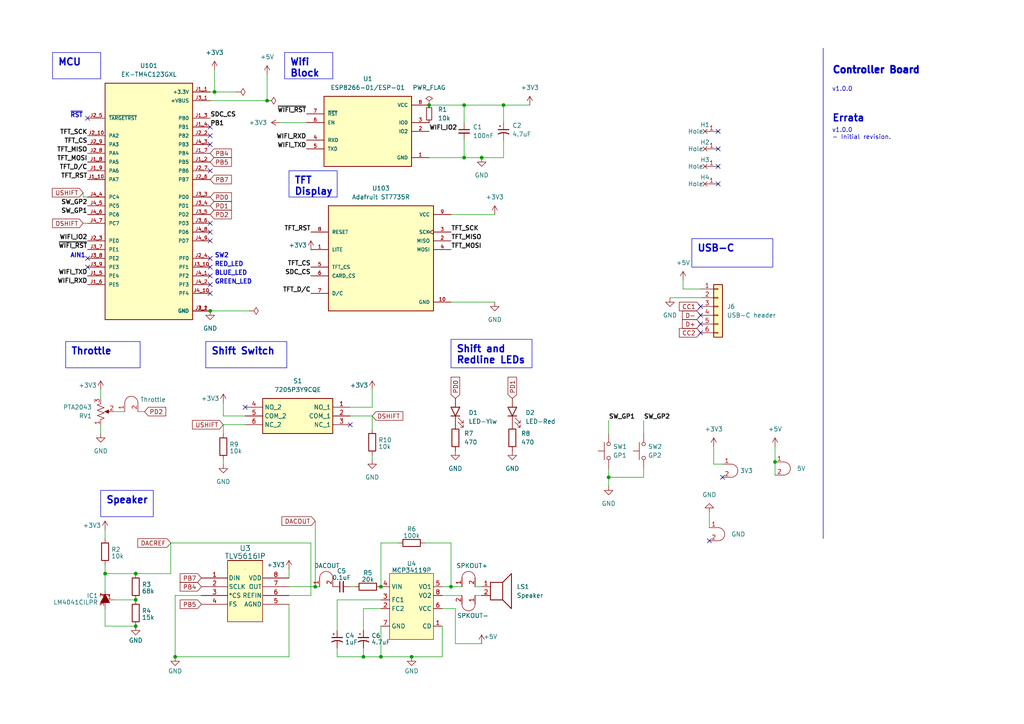
<source format=kicad_sch>
(kicad_sch (version 20231120) (generator "eeschema") (generator_version "8.0")
  (paper "A4")
  (title_block (title "ECE 445L Final Proj -- Controller ") (date "2023-12-11") (rev "v1.0.0") (company "The University of Texas at Austin"))
  (lib_symbols
    (symbol "2024-02-27_02-20-57:TLV5616IP" (pin_names (offset 0.254))
      (property "Reference" "U" (at 0 12.7 0))
      (property "Value" "TLV5616IP" (at 0 10.16 0))
      (symbol "TLV5616IP_1_1"
        (rectangle (start -5.08 7.62) (end 5.08 -10.16))
        (rectangle (start -5.08 7.62) (end 5.08 -10.16) (fill (type background)))
        (polyline (pts (xy -5.08 -10.16) (xy 5.08 -10.16)) (fill (type color) (color 255 255 194 1)))
        (polyline (pts (xy -5.08 7.62) (xy -5.08 -10.16)) (stroke (width 0.127)))
        (polyline (pts (xy 5.08 -10.16) (xy 5.08 7.62)) (stroke (width 0.127)))
        (polyline (pts (xy 5.08 7.62) (xy -5.08 7.62)))
        (rectangle (start 0 5.08) (end 0 5.08))
        (pin input line (at -12.7 2.54 0) (length 7.62) (name "DIN") (number "1"))
        (pin input line (at -12.7 0 0) (length 7.62) (name "SCLK") (number "2"))
        (pin input line (at -12.7 -2.54 0) (length 7.62) (name "*CS") (number "3"))
        (pin input line (at -12.7 -5.08 0) (length 7.62) (name "FS") (number "4"))
        (pin power_in line (at 12.7 -5.08 180) (length 7.62) (name "AGND") (number "5"))
        (pin input line (at 12.7 -2.54 180) (length 7.62) (name "REFIN") (number "6"))
        (pin output line (at 12.7 0 180) (length 7.62) (name "OUT") (number "7"))
        (pin power_in line (at 12.7 2.54 180) (length 7.62) (name "VDD") (number "8"))
      )
    )
    (symbol "Connector_Generic:Conn_01x06" (pin_names (offset 1.016) hide)
      (property "Reference" "J" (at 0 7.62 0))
      (property "Value" "Conn_01x06" (at 0 -10.16 0))
      (symbol "Conn_01x06_1_1"
        (rectangle (start -1.27 -7.493) (end 0 -7.747) (stroke (width 0.1524)))
        (rectangle (start -1.27 -4.953) (end 0 -5.207) (stroke (width 0.1524)))
        (rectangle (start -1.27 -2.413) (end 0 -2.667) (stroke (width 0.1524)))
        (rectangle (start -1.27 0.127) (end 0 -0.127) (stroke (width 0.1524)))
        (rectangle (start -1.27 2.667) (end 0 2.413) (stroke (width 0.1524)))
        (rectangle (start -1.27 5.207) (end 0 4.953) (stroke (width 0.1524)))
        (rectangle (start -1.27 6.35) (end 1.27 -8.89) (stroke (width 0.254)) (fill (type background)))
        (pin passive line (at -5.08 5.08 0) (length 3.81) (name "Pin_1") (number "1"))
        (pin passive line (at -5.08 2.54 0) (length 3.81) (name "Pin_2") (number "2"))
        (pin passive line (at -5.08 0 0) (length 3.81) (name "Pin_3") (number "3"))
        (pin passive line (at -5.08 -2.54 0) (length 3.81) (name "Pin_4") (number "4"))
        (pin passive line (at -5.08 -5.08 0) (length 3.81) (name "Pin_5") (number "5"))
        (pin passive line (at -5.08 -7.62 0) (length 3.81) (name "Pin_6") (number "6"))
      )
    )
    (symbol "Device:C_Polarized_Small_US" (pin_numbers hide) (pin_names (offset 0.254) hide)
      (property "Reference" "C" (at 0.254 1.778 0))
      (property "Value" "C_Polarized_Small_US" (at 0.254 -2.032 0))
      (symbol "C_Polarized_Small_US_0_1"
        (polyline (pts (xy -1.524 0.508) (xy 1.524 0.508)) (stroke (width 0.3048)))
        (polyline (pts (xy -1.27 1.524) (xy -0.762 1.524)))
        (polyline (pts (xy -1.016 1.27) (xy -1.016 1.778)))
        (arc (start 1.524 -0.762) (mid 0 -0.3734) (end -1.524 -0.762) (stroke (width 0.3048)))
      )
      (symbol "C_Polarized_Small_US_1_1"
        (pin passive line (at 0 2.54 270) (length 2.032) (name "~") (number "1"))
        (pin passive line (at 0 -2.54 90) (length 2.032) (name "~") (number "2"))
      )
    )
    (symbol "Device:C_Small" (pin_numbers hide) (pin_names (offset 0.254) hide)
      (property "Reference" "C" (at 0.254 1.778 0))
      (property "Value" "C_Small" (at 0.254 -2.032 0))
      (symbol "C_Small_0_1"
        (polyline (pts (xy -1.524 -0.508) (xy 1.524 -0.508)) (stroke (width 0.3302)))
        (polyline (pts (xy -1.524 0.508) (xy 1.524 0.508)) (stroke (width 0.3048)))
      )
      (symbol "C_Small_1_1"
        (pin passive line (at 0 2.54 270) (length 2.032) (name "~") (number "1"))
        (pin passive line (at 0 -2.54 90) (length 2.032) (name "~") (number "2"))
      )
    )
    (symbol "Device:R" (pin_numbers hide) (pin_names (offset 0))
      (property "Reference" "R" (at 2.032 0 90))
      (property "Value" "R" (at 0 0 90))
      (symbol "R_0_1"
        (rectangle (start -1.016 -2.54) (end 1.016 2.54) (stroke (width 0.254)))
      )
      (symbol "R_1_1"
        (pin passive line (at 0 3.81 270) (length 1.27) (name "~") (number "1"))
        (pin passive line (at 0 -3.81 90) (length 1.27) (name "~") (number "2"))
      )
    )
    (symbol "Device:R_Small" (pin_numbers hide) (pin_names (offset 0.254) hide)
      (property "Reference" "R" (at 0.762 0.508 0))
      (property "Value" "R_Small" (at 0.762 -1.016 0))
      (symbol "R_Small_0_1"
        (rectangle (start -0.762 1.778) (end 0.762 -1.778) (stroke (width 0.2032)))
      )
      (symbol "R_Small_1_1"
        (pin passive line (at 0 2.54 270) (length 0.762) (name "~") (number "1"))
        (pin passive line (at 0 -2.54 90) (length 0.762) (name "~") (number "2"))
      )
    )
    (symbol "Device:Speaker" (pin_names (offset 0) hide)
      (property "Reference" "LS" (at 1.27 5.715 0))
      (property "Value" "Speaker" (at 1.27 3.81 0))
      (symbol "Speaker_0_0"
        (rectangle (start -2.54 1.27) (end 1.016 -3.81) (stroke (width 0.254)))
        (polyline (pts (xy 1.016 1.27) (xy 3.556 3.81) (xy 3.556 -6.35) (xy 1.016 -3.81)) (stroke (width 0.254)))
      )
      (symbol "Speaker_1_1"
        (pin input line (at -5.08 0 0) (length 2.54) (name "1") (number "1"))
        (pin input line (at -5.08 -2.54 0) (length 2.54) (name "2") (number "2"))
      )
    )
    (symbol "ECE445L:LED" (pin_numbers hide) (pin_names (offset 1.016) hide)
      (property "Reference" "D" (at 1.27 1.27 0))
      (property "Value" "LED" (at -5.08 -1.27 0))
      (symbol "LED_0_1"
        (polyline (pts (xy 0 -1.27) (xy -2.54 -1.27)) (stroke (width 0.254)))
        (polyline (pts (xy 0 1.27) (xy -2.54 1.27) (xy -1.27 -1.27) (xy 0 1.27)) (stroke (width 0.254)))
        (polyline (pts (xy -0.508 -3.048) (xy 1.016 -4.572) (xy 1.016 -3.81) (xy 1.016 -4.572) (xy 0.254 -4.572)))
        (polyline (pts (xy -0.508 -1.778) (xy 1.016 -3.302) (xy 1.016 -2.54) (xy 1.016 -3.302) (xy 0.254 -3.302)))
      )
      (symbol "LED_1_1"
        (pin passive line (at -1.27 -3.81 90) (length 2.54) (name "K") (number "1"))
        (pin passive line (at -1.27 3.81 270) (length 2.54) (name "A") (number "2"))
      )
    )
    (symbol "ECE445L:MountingHole"
      (property "Reference" "H" (at 0 0 0))
      (symbol "MountingHole_1_1"
        (pin power_in non_logic (at 0 0 180) (length 3.81) (name "Hole") (number "1"))
      )
    )
    (symbol "ECE445L:PTA2043pot" (pin_names (offset 1.016) hide)
      (property "Reference" "RV" (at -4.445 0 90))
      (property "Value" "PTA2043" (at -2.54 0 90))
      (symbol "PTA2043pot_0_1"
        (polyline (pts (xy 0 -2.286) (xy 0 -2.54)))
        (polyline (pts (xy 0 2.54) (xy 0 2.286)))
        (polyline (pts (xy 2.54 0) (xy 1.524 0)))
        (polyline (pts (xy 1.143 0) (xy 2.286 0.508) (xy 2.286 -0.508) (xy 1.143 0)) (fill (type outline)))
        (polyline (pts (xy 0 -0.762) (xy 1.016 -1.143) (xy 0 -1.524) (xy -1.016 -1.905) (xy 0 -2.286)))
        (polyline (pts (xy 0 0.762) (xy 1.016 0.381) (xy 0 0) (xy -1.016 -0.381) (xy 0 -0.762)))
        (polyline (pts (xy 0 2.286) (xy 1.016 1.905) (xy 0 1.524) (xy -1.016 1.143) (xy 0 0.762)))
      )
      (symbol "PTA2043pot_1_1"
        (pin passive line (at 0 3.81 270) (length 1.27) (name "1") (number "1"))
        (pin passive line (at 3.81 0 180) (length 1.27) (name "2") (number "2"))
        (pin passive line (at 0 -3.81 90) (length 1.27) (name "3") (number "3"))
      )
    )
    (symbol "ECE445L:Testpoint" (pin_names (offset 0) hide)
      (property "Reference" "TP" (at 0 2.794 0))
      (property "Value" "TP" (at 0 -2.286 0))
      (symbol "Testpoint_0_1"
        (arc (start 0 4.445) (mid -1.347 3.887) (end -1.905 2.54))
        (arc (start 1.9051 2.5401) (mid 1.3471 3.8871) (end 0.0001 4.4451))
      )
      (symbol "Testpoint_1_1"
        (pin passive line (at -1.905 0 90) (length 2.54) (name "A") (number "1"))
        (pin passive line (at 1.905 0 90) (length 2.54) (name "B") (number "2"))
      )
    )
    (symbol "Switch:SW_Push" (pin_numbers hide) (pin_names (offset 1.016) hide)
      (property "Reference" "SW" (at 1.27 2.54 0))
      (property "Value" "SW_Push" (at 0 -1.524 0))
      (symbol "SW_Push_0_1"
        (circle (center -2.032 0) (radius 0.508))
        (polyline (pts (xy 0 1.27) (xy 0 3.048)))
        (polyline (pts (xy 2.54 1.27) (xy -2.54 1.27)))
        (circle (center 2.032 0) (radius 0.508))
        (pin passive line (at -5.08 0 0) (length 2.54) (name "1") (number "1"))
        (pin passive line (at 5.08 0 180) (length 2.54) (name "2") (number "2"))
      )
    )
    (symbol "adafruit_st7735r:Adafruit ST7735R" (pin_names (offset 1.016))
      (property "Reference" "U?" (at -15.24 16.002 0))
      (property "Value" "Adafruit ST7735R" (at -15.24 -17.78 0))
      (symbol "Adafruit ST7735R_0_0"
        (rectangle (start -15.24 -15.24) (end 15.24 15.24) (stroke (width 0.254)) (fill (type background)))
        (pin input line (at -20.32 2.54 0) (length 5.08) (name "LITE") (number "1"))
        (pin power_in line (at 20.32 -12.7 180) (length 5.08) (name "GND") (number "10"))
        (pin output line (at 20.32 5.08 180) (length 5.08) (name "MISO") (number "2"))
        (pin input clock (at 20.32 7.62 180) (length 5.08) (name "SCK") (number "3"))
        (pin input line (at 20.32 2.54 180) (length 5.08) (name "MOSI") (number "4"))
        (pin input line (at -20.32 -2.54 0) (length 5.08) (name "TFT_CS") (number "5"))
        (pin input line (at -20.32 -5.08 0) (length 5.08) (name "CARD_CS") (number "6"))
        (pin input line (at -20.32 -10.16 0) (length 5.08) (name "D/C") (number "7"))
        (pin input line (at -20.32 7.62 0) (length 5.08) (name "RESET") (number "8"))
        (pin power_in line (at 20.32 12.7 180) (length 5.08) (name "VCC") (number "9"))
      )
    )
    (symbol "ai_thinker_ESP8266_01:ESP8266-01/ESP-01" (pin_names (offset 1.016))
      (property "Reference" "U" (at -12.7094 10.6778 0))
      (property "Value" "ESP8266-01{slash}ESP-01" (at -12.7131 -12.7131 0))
      (symbol "ESP8266-01/ESP-01_0_0"
        (rectangle (start -12.7 -10.16) (end 12.7 10.16) (stroke (width 0.254)) (fill (type background)))
        (pin power_in line (at 17.78 -7.62 180) (length 5.08) (name "GND") (number "1"))
        (pin bidirectional line (at 17.78 0 180) (length 5.08) (name "IO2") (number "2"))
        (pin bidirectional line (at 17.78 2.54 180) (length 5.08) (name "IO0") (number "3"))
        (pin input line (at -17.78 -2.54 0) (length 5.08) (name "RXD") (number "4"))
        (pin output line (at -17.78 -5.08 0) (length 5.08) (name "TXD") (number "5"))
        (pin input line (at -17.78 2.54 0) (length 5.08) (name "EN") (number "6"))
        (pin input line (at -17.78 5.08 0) (length 5.08) (name "~{RST}") (number "7"))
        (pin power_in line (at 17.78 7.62 180) (length 5.08) (name "VCC") (number "8"))
      )
    )
    (symbol "motorola_MCP34119P:MCP34119P"
      (property "Reference" "U" (at 0 10.16 0))
      (property "Value" "MCP34119P" (at 0 10.16 0))
      (symbol "MCP34119P_1_1"
        (rectangle (start -6.35 8.89) (end 6.35 -10.16) (fill (type background)))
        (pin input line (at 8.89 -6.35 180) (length 2.54) (name "CD") (number "1"))
        (pin input line (at -8.89 -1.27 0) (length 2.54) (name "FC2") (number "2"))
        (pin input line (at -8.89 1.27 0) (length 2.54) (name "FC1") (number "3"))
        (pin input line (at -8.89 5.08 0) (length 2.54) (name "VIN") (number "4"))
        (pin input line (at 8.89 5.08 180) (length 2.54) (name "VO1") (number "5"))
        (pin input line (at 8.89 -1.27 180) (length 2.54) (name "VCC") (number "6"))
        (pin input line (at -8.89 -6.35 0) (length 2.54) (name "GND") (number "7"))
        (pin input line (at 8.89 2.54 180) (length 2.54) (name "VO2") (number "8"))
      )
    )
    (symbol "power:+3V3" (power) (pin_names (offset 0))
      (property "Value" "+3V3" (at 0 3.556 0))
      (symbol "+3V3_0_1"
        (polyline (pts (xy -0.762 1.27) (xy 0 2.54)))
        (polyline (pts (xy 0 0) (xy 0 2.54)))
        (polyline (pts (xy 0 2.54) (xy 0.762 1.27)))
      )
      (symbol "+3V3_1_1"
        (pin power_in line (at 0 0 90) (length 0) hide (name "+3V3") (number "1"))
      )
    )
    (symbol "power:+5V" (power) (pin_names (offset 0))
      (property "Value" "+5V" (at 0 3.556 0))
      (symbol "+5V_0_1"
        (polyline (pts (xy -0.762 1.27) (xy 0 2.54)))
        (polyline (pts (xy 0 0) (xy 0 2.54)))
        (polyline (pts (xy 0 2.54) (xy 0.762 1.27)))
      )
      (symbol "+5V_1_1"
        (pin power_in line (at 0 0 90) (length 0) hide (name "+5V") (number "1"))
      )
    )
    (symbol "power:GND" (power) (pin_names (offset 0))
      (property "Value" "GND" (at 0 -3.81 0))
      (symbol "GND_0_1"
        (polyline (pts (xy 0 0) (xy 0 -1.27) (xy 1.27 -1.27) (xy 0 -2.54) (xy -1.27 -1.27) (xy 0 -1.27)))
      )
      (symbol "GND_1_1"
        (pin power_in line (at 0 0 270) (length 0) hide (name "GND") (number "1"))
      )
    )
    (symbol "power:PWR_FLAG" (power) (pin_numbers hide) (pin_names (offset 0) hide)
      (property "Value" "PWR_FLAG" (at 0 3.81 0))
      (symbol "PWR_FLAG_0_0"
        (pin power_out line (at 0 0 90) (length 0) (name "pwr") (number "1"))
      )
      (symbol "PWR_FLAG_0_1"
        (polyline (pts (xy 0 0) (xy 0 1.27) (xy -1.016 1.905) (xy 0 2.54) (xy 1.016 1.905) (xy 0 1.27)))
      )
    )
    (symbol "shift_switch:7205P3Y9CQE"
      (property "Reference" "S" (at 26.67 7.62 0))
      (property "Value" "7205P3Y9CQE" (at 26.67 5.08 0))
      (symbol "7205P3Y9CQE_1_1"
        (rectangle (start 5.08 2.54) (end 25.4 -7.62) (stroke (width 0.254)) (fill (type background)))
        (pin passive line (at 0 -5.08 0) (length 5.08) (name "NO_1") (number "1"))
        (pin passive line (at 0 -2.54 0) (length 5.08) (name "COM_1") (number "2"))
        (pin passive line (at 0 0 0) (length 5.08) (name "NC_1") (number "3"))
        (pin passive line (at 30.48 -5.08 180) (length 5.08) (name "NO_2") (number "4"))
        (pin passive line (at 30.48 -2.54 180) (length 5.08) (name "COM_2") (number "5"))
        (pin passive line (at 30.48 0 180) (length 5.08) (name "NC_2") (number "6"))
      )
    )
    (symbol "ti_EKTM4C123GXL:EK-TM4C123GXL" (pin_names (offset 1.016))
      (property "Reference" "U?" (at -12.7367 34.3099 0))
      (property "Value" "EK-TM4C123GXL" (at -12.7129 -38.1075 0))
      (symbol "EK-TM4C123GXL_0_0"
        (rectangle (start -12.7 -35.56) (end 12.7 33.02) (stroke (width 0.254)) (fill (type background)))
        (pin power_in line (at 17.78 30.48 180) (length 5.08) (name "+3.3V") (number "J1_1"))
        (pin bidirectional line (at -17.78 5.08 0) (length 5.08) (name "PA7") (number "J1_10"))
        (pin bidirectional line (at 17.78 10.16 180) (length 5.08) (name "PB5") (number "J1_2"))
        (pin bidirectional line (at 17.78 22.86 180) (length 5.08) (name "PB0") (number "J1_3"))
        (pin bidirectional line (at 17.78 20.32 180) (length 5.08) (name "PB1") (number "J1_4"))
        (pin bidirectional line (at -17.78 -22.86 0) (length 5.08) (name "PE4") (number "J1_5"))
        (pin bidirectional line (at -17.78 -25.4 0) (length 5.08) (name "PE5") (number "J1_6"))
        (pin bidirectional line (at 17.78 12.7 180) (length 5.08) (name "PB4") (number "J1_7"))
        (pin bidirectional line (at -17.78 10.16 0) (length 5.08) (name "PA5") (number "J1_8"))
        (pin bidirectional line (at -17.78 7.62 0) (length 5.08) (name "PA6") (number "J1_9"))
        (pin power_in line (at 17.78 -33.02 180) (length 5.08) (name "GND") (number "J2_1"))
        (pin bidirectional line (at -17.78 17.78 0) (length 5.08) (name "PA2") (number "J2_10"))
        (pin bidirectional line (at 17.78 17.78 180) (length 5.08) (name "PB2") (number "J2_2"))
        (pin bidirectional line (at -17.78 -12.7 0) (length 5.08) (name "PE0") (number "J2_3"))
        (pin bidirectional line (at 17.78 -17.78 180) (length 5.08) (name "PF0") (number "J2_4"))
        (pin input line (at -17.78 22.86 0) (length 5.08) (name "~{TARGETRST}") (number "J2_5"))
        (pin bidirectional line (at 17.78 5.08 180) (length 5.08) (name "PB7") (number "J2_6"))
        (pin bidirectional line (at 17.78 7.62 180) (length 5.08) (name "PB6") (number "J2_7"))
        (pin bidirectional line (at -17.78 12.7 0) (length 5.08) (name "PA4") (number "J2_8"))
        (pin bidirectional line (at -17.78 15.24 0) (length 5.08) (name "PA3") (number "J2_9"))
        (pin power_in line (at 17.78 27.94 180) (length 5.08) (name "+VBUS") (number "J3_1"))
        (pin bidirectional line (at 17.78 -20.32 180) (length 5.08) (name "PF1") (number "J3_10"))
        (pin power_in line (at 17.78 -33.02 180) (length 5.08) (name "GND") (number "J3_2"))
        (pin bidirectional line (at 17.78 0 180) (length 5.08) (name "PD0") (number "J3_3"))
        (pin bidirectional line (at 17.78 -2.54 180) (length 5.08) (name "PD1") (number "J3_4"))
        (pin bidirectional line (at 17.78 -5.08 180) (length 5.08) (name "PD2") (number "J3_5"))
        (pin bidirectional line (at 17.78 -7.62 180) (length 5.08) (name "PD3") (number "J3_6"))
        (pin bidirectional line (at -17.78 -15.24 0) (length 5.08) (name "PE1") (number "J3_7"))
        (pin bidirectional line (at -17.78 -17.78 0) (length 5.08) (name "PE2") (number "J3_8"))
        (pin bidirectional line (at -17.78 -20.32 0) (length 5.08) (name "PE3") (number "J3_9"))
        (pin bidirectional line (at 17.78 -22.86 180) (length 5.08) (name "PF2") (number "J4_1"))
        (pin bidirectional line (at 17.78 -27.94 180) (length 5.08) (name "PF4") (number "J4_10"))
        (pin bidirectional line (at 17.78 -25.4 180) (length 5.08) (name "PF3") (number "J4_2"))
        (pin bidirectional line (at 17.78 15.24 180) (length 5.08) (name "PB3") (number "J4_3"))
        (pin bidirectional line (at -17.78 0 0) (length 5.08) (name "PC4") (number "J4_4"))
        (pin bidirectional line (at -17.78 -2.54 0) (length 5.08) (name "PC5") (number "J4_5"))
        (pin bidirectional line (at -17.78 -5.08 0) (length 5.08) (name "PC6") (number "J4_6"))
        (pin bidirectional line (at -17.78 -7.62 0) (length 5.08) (name "PC7") (number "J4_7"))
        (pin bidirectional line (at 17.78 -10.16 180) (length 5.08) (name "PD6") (number "J4_8"))
        (pin bidirectional line (at 17.78 -12.7 180) (length 5.08) (name "PD7") (number "J4_9"))
      )
    )
    (symbol "ti_LM4041CILPR:LM4041CILPR" (pin_names (offset 1.016))
      (property "Reference" "IC" (at 2.7965 1.9067 0))
      (property "Value" "LM4041CILPR" (at 2.796 -0.8896 0))
      (symbol "LM4041CILPR_0_0"
        (polyline (pts (xy -1.27 1.524) (xy -1.27 1.143)) (stroke (width 0.254)))
        (polyline (pts (xy 0 1.524) (xy -1.27 1.524)) (stroke (width 0.254)))
        (polyline (pts (xy 1.27 1.524) (xy 0 1.524)) (stroke (width 0.254)))
        (polyline (pts (xy 1.27 1.905) (xy 1.27 1.524)) (stroke (width 0.254)))
        (polyline (pts (xy 0 1.524) (xy -1.27 -0.762) (xy 1.27 -0.762) (xy 0 1.524)) (stroke (width 0.254)) (fill (type outline)))
        (pin passive line (at -2.54 0 0) (length 2.54) (name "~") (number "1"))
        (pin passive line (at 0 2.54 270) (length 2.54) (name "~") (number "2"))
        (pin passive line (at 0 -2.54 90) (length 2.54) (name "~") (number "3"))
      )
    )
  )
  (junction (at 77.47 29.21))
  (junction (at 39.37 173.99))
  (junction (at 60.96 90.17))
  (junction (at 130.81 170.18))
  (junction (at 124.46 30.48))
  (junction (at 146.05 30.48))
  (junction (at 110.49 190.5))
  (junction (at 30.48 166.37))
  (junction (at 134.62 30.48))
  (junction (at 134.62 45.72))
  (junction (at 39.37 166.37))
  (junction (at 39.37 181.61))
  (junction (at 139.7 45.72))
  (junction (at 62.23 26.67))
  (junction (at 105.41 190.5))
  (junction (at 224.79 133.985))
  (junction (at 50.8 190.5))
  (junction (at 176.53 138.43))
  (junction (at 119.38 190.5))
  (junction (at 91.44 170.18))
  (junction (at 110.49 170.18))
  (no_connect (at 60.96 49.53))
  (no_connect (at 60.96 80.01))
  (no_connect (at 60.96 64.77))
  (no_connect (at 203.2 91.44))
  (no_connect (at 60.96 36.83))
  (no_connect (at 25.4 77.47))
  (no_connect (at 25.4 74.93))
  (no_connect (at 60.96 82.55))
  (no_connect (at 60.96 85.09))
  (no_connect (at 60.96 39.37))
  (no_connect (at 203.2 88.9))
  (no_connect (at 205.74 156.845))
  (no_connect (at 208.28 38.1))
  (no_connect (at 25.4 34.29))
  (no_connect (at 71.12 118.11))
  (no_connect (at 60.96 77.47))
  (no_connect (at 209.55 138.43))
  (no_connect (at 208.28 48.26))
  (no_connect (at 60.96 41.91))
  (no_connect (at 203.2 93.98))
  (no_connect (at 208.28 53.34))
  (no_connect (at 60.96 74.93))
  (no_connect (at 208.28 43.18))
  (no_connect (at 60.96 69.85))
  (no_connect (at 60.96 67.31))
  (no_connect (at 101.6 123.19))
  (no_connect (at 203.2 96.52))
  (wire (pts (xy 224.79 133.985) (xy 224.79 137.795)))
  (wire (pts (xy 143.51 87.63) (xy 130.81 87.63)))
  (wire (pts (xy 124.46 30.48) (xy 134.62 30.48)))
  (wire (pts (xy 128.27 181.61) (xy 128.27 190.5)))
  (wire (pts (xy 110.49 176.53) (xy 105.41 176.53)))
  (wire (pts (xy 91.44 170.18) (xy 92.71 170.18)))
  (wire (pts (xy 132.08 186.69) (xy 139.7 186.69)))
  (wire (pts (xy 134.62 30.48) (xy 146.05 30.48)))
  (wire (pts (xy 90.17 172.72) (xy 83.82 172.72)))
  (wire (pts (xy 24.13 64.77) (xy 25.4 64.77)))
  (wire (pts (xy 64.77 120.65) (xy 71.12 120.65)))
  (wire (pts (xy 137.795 172.72) (xy 139.7 172.72)))
  (wire (pts (xy 97.79 187.96) (xy 97.79 190.5)))
  (wire (pts (xy 107.95 118.11) (xy 101.6 118.11)))
  (wire (pts (xy 198.12 83.82) (xy 203.2 83.82)))
  (wire (pts (xy 24.13 55.88) (xy 24.13 57.15)))
  (wire (pts (xy 176.53 138.43) (xy 186.69 138.43)))
  (wire (pts (xy 128.27 190.5) (xy 119.38 190.5)))
  (wire (pts (xy 105.41 176.53) (xy 105.41 182.88)))
  (wire (pts (xy 205.74 148.59) (xy 205.74 153.035)))
  (wire (pts (xy 83.82 170.18) (xy 91.44 170.18)))
  (wire (pts (xy 107.95 120.65) (xy 101.6 120.65)))
  (wire (pts (xy 123.19 157.48) (xy 130.81 157.48)))
  (wire (pts (xy 198.12 81.28) (xy 198.12 83.82)))
  (wire (pts (xy 207.01 134.62) (xy 209.55 134.62)))
  (wire (pts (xy 49.53 166.37) (xy 49.53 157.48)))
  (wire (pts (xy 29.21 125.73) (xy 29.21 123.19)))
  (wire (pts (xy 36.195 119.38) (xy 33.02 119.38)))
  (wire (pts (xy 134.62 45.72) (xy 139.7 45.72)))
  (wire (pts (xy 30.48 166.37) (xy 39.37 166.37)))
  (wire (pts (xy 49.53 157.48) (xy 90.17 157.48)))
  (wire (pts (xy 146.05 30.48) (xy 153.67 30.48)))
  (wire (pts (xy 83.82 165.1) (xy 83.82 167.64)))
  (wire (pts (xy 50.8 172.72) (xy 50.8 190.5)))
  (wire (pts (xy 110.49 157.48) (xy 115.57 157.48)))
  (wire (pts (xy 39.37 181.61) (xy 30.48 181.61)))
  (wire (pts (xy 176.53 138.43) (xy 176.53 135.89)))
  (wire (pts (xy 29.21 113.03) (xy 29.21 115.57)))
  (wire (pts (xy 224.79 129.54) (xy 224.79 133.985)))
  (wire (pts (xy 146.05 40.64) (xy 146.05 45.72)))
  (wire (pts (xy 62.23 26.67) (xy 60.96 26.67)))
  (wire (pts (xy 62.23 26.67) (xy 68.58 26.67)))
  (wire (pts (xy 83.82 175.26) (xy 83.82 190.5)))
  (wire (pts (xy 134.62 30.48) (xy 134.62 35.56)))
  (wire (pts (xy 64.77 125.73) (xy 64.77 123.19)))
  (wire (pts (xy 39.37 166.37) (xy 49.53 166.37)))
  (wire (pts (xy 186.69 125.73) (xy 186.69 121.92)))
  (wire (pts (xy 50.8 172.72) (xy 58.42 172.72)))
  (wire (pts (xy 128.27 170.18) (xy 130.81 170.18)))
  (wire (pts (xy 130.81 170.18) (xy 133.985 170.18)))
  (wire (pts (xy 81.28 35.56) (xy 88.9 35.56)))
  (wire (pts (xy 60.96 29.21) (xy 77.47 29.21)))
  (wire (pts (xy 30.48 153.67) (xy 30.48 156.21)))
  (wire (pts (xy 30.48 181.61) (xy 30.48 176.53)))
  (wire (pts (xy 60.96 90.17) (xy 72.39 90.17)))
  (wire (pts (xy 176.53 125.73) (xy 176.53 121.92)))
  (polyline (pts (xy 238.76 13.97) (xy 238.76 156.21)))
  (wire (pts (xy 146.05 35.56) (xy 146.05 30.48)))
  (wire (pts (xy 90.17 157.48) (xy 90.17 172.72)))
  (wire (pts (xy 97.79 173.99) (xy 110.49 173.99)))
  (wire (pts (xy 107.95 113.03) (xy 107.95 118.11)))
  (wire (pts (xy 107.95 124.46) (xy 107.95 120.65)))
  (wire (pts (xy 64.77 134.62) (xy 64.77 133.35)))
  (wire (pts (xy 128.27 176.53) (xy 132.08 176.53)))
  (wire (pts (xy 124.46 45.72) (xy 134.62 45.72)))
  (wire (pts (xy 119.38 190.5) (xy 110.49 190.5)))
  (wire (pts (xy 64.77 116.84) (xy 64.77 120.65)))
  (wire (pts (xy 30.48 163.83) (xy 30.48 166.37)))
  (wire (pts (xy 110.49 190.5) (xy 110.49 181.61)))
  (wire (pts (xy 33.02 173.99) (xy 39.37 173.99)))
  (wire (pts (xy 64.77 123.19) (xy 71.12 123.19)))
  (wire (pts (xy 30.48 166.37) (xy 30.48 171.45)))
  (wire (pts (xy 139.7 45.72) (xy 146.05 45.72)))
  (wire (pts (xy 110.49 170.18) (xy 110.49 157.48)))
  (wire (pts (xy 105.41 187.96) (xy 105.41 190.5)))
  (wire (pts (xy 101.6 170.18) (xy 102.87 170.18)))
  (wire (pts (xy 130.81 157.48) (xy 130.81 170.18)))
  (wire (pts (xy 137.795 170.18) (xy 139.7 170.18)))
  (wire (pts (xy 50.8 190.5) (xy 83.82 190.5)))
  (wire (pts (xy 134.62 40.64) (xy 134.62 45.72)))
  (wire (pts (xy 77.47 21.59) (xy 77.47 29.21)))
  (wire (pts (xy 128.27 172.72) (xy 133.985 172.72)))
  (wire (pts (xy 97.79 190.5) (xy 105.41 190.5)))
  (wire (pts (xy 207.01 129.54) (xy 207.01 134.62)))
  (wire (pts (xy 24.13 57.15) (xy 25.4 57.15)))
  (wire (pts (xy 91.44 170.18) (xy 91.44 151.13)))
  (wire (pts (xy 194.31 86.36) (xy 203.2 86.36)))
  (wire (pts (xy 176.53 138.43) (xy 176.53 140.97)))
  (wire (pts (xy 97.79 173.99) (xy 97.79 182.88)))
  (wire (pts (xy 107.95 133.35) (xy 107.95 132.08)))
  (wire (pts (xy 62.23 20.32) (xy 62.23 26.67)))
  (wire (pts (xy 130.81 62.23) (xy 143.51 62.23)))
  (wire (pts (xy 132.08 176.53) (xy 132.08 186.69)))
  (wire (pts (xy 105.41 190.5) (xy 110.49 190.5)))
  (wire (pts (xy 186.69 138.43) (xy 186.69 135.89)))
  (wire (pts (xy 41.91 119.38) (xy 40.005 119.38)))
  (text_box "MCU" (at 15.24 15.24 0) (size 13.97 7.62) (effects (font (size 2 2) (thickness 0.4) (bold yes)) (justify left top)))
  (text_box "Throttle" (at 19.05 99.06 0) (size 21.59 7.62) (effects (font (size 2 2) (thickness 0.4) (bold yes)) (justify left top)))
  (text_box "Wifi Block" (at 82.55 15.24 0) (size 13.97 7.62) (effects (font (size 2 2) (thickness 0.4) (bold yes)) (justify left top)))
  (text_box "Shift Switch" (at 59.69 99.06 0) (size 23.495 7.62) (effects (font (size 2 2) (thickness 0.4) (bold yes)) (justify left top)))
  (text_box "TFT Display" (at 83.82 49.53 0) (size 13.97 7.62) (effects (font (size 2 2) (thickness 0.4) (bold yes)) (justify left top)))
  (text_box "USB-C" (at 200.66 69.215 0) (size 23.495 8.255) (effects (font (size 2 2) (thickness 0.4) (bold yes)) (justify left top)))
  (text_box "Shift and Redline LEDs" (at 130.81 98.425 0) (size 23.495 8.255) (effects (font (size 2 2) (thickness 0.4) (bold yes)) (justify left top)))
  (text_box "Speaker" (at 29.21 142.24 0) (size 15.24 7.62) (effects (font (size 2 2) (thickness 0.4) (bold yes)) (justify left top)))
  (text "v1.0.0\n- Initial revision." (at 241.3 40.64 0) (effects (font (size 1.27 1.27)) (justify left bottom)))
  (text "~{RST}" (at 20.32 34.29 0) (effects (font (size 1.27 1.27) (bold yes)) (justify left bottom)))
  (text "AIN1" (at 20.32 74.93 0) (effects (font (size 1.27 1.27) (bold yes)) (justify left bottom)))
  (text "Controller Board\n" (at 241.3 21.59 0) (effects (font (size 2 2) (thickness 0.6) (bold yes)) (justify left bottom)))
  (text "v1.0.0" (at 241.3 26.67 0) (effects (font (size 1.27 1.27)) (justify left bottom)))
  (text "Errata" (at 241.3 35.56 0) (effects (font (size 2 2) (thickness 0.4) (bold yes)) (justify left bottom)))
  (text "BLUE_LED" (at 62.23 80.01 0) (effects (font (size 1.27 1.27) (bold yes)) (justify left bottom)))
  (text "RED_LED" (at 62.23 77.47 0) (effects (font (size 1.27 1.27) (bold yes)) (justify left bottom)))
  (text "SW2" (at 62.23 74.93 0) (effects (font (size 1.27 1.27) (bold yes)) (justify left bottom)))
  (text "GREEN_LED" (at 62.23 82.55 0) (effects (font (size 1.27 1.27) (bold yes)) (justify left bottom)))
  (label "WIFI_RXD" (at 88.9 40.64 180) (effects (font (bold yes))))
  (label "SDC_CS" (at 60.96 34.29 0) (effects (font (bold yes))))
  (label "TFT_SCK" (at 25.4 39.37 180) (effects (font (bold yes))))
  (label "~{WIFI_RST}" (at 88.9 33.02 180) (effects (font (bold yes))))
  (label "PB1" (at 60.96 36.83 0) (effects (font (bold yes))))
  (label "TFT_CS" (at 90.17 77.47 180) (effects (font (bold yes))))
  (label "SW_GP2" (at 25.4 59.69 180) (effects (font (bold yes))))
  (label "WIFI_TXD" (at 88.9 43.18 180) (effects (font (bold yes))))
  (label "SDC_CS" (at 90.17 80.01 180) (effects (font (bold yes))))
  (label "SW_GP1" (at 25.4 62.23 180) (effects (font (bold yes))))
  (label "WIFI_IO2" (at 25.4 69.85 180) (effects (font (bold yes))))
  (label "TFT_MISO" (at 130.81 69.85 0) (effects (font (bold yes))))
  (label "WIFI_RXD" (at 25.4 82.55 180) (effects (font (bold yes))))
  (label "TFT_SCK" (at 130.81 67.31 0) (effects (font (bold yes))))
  (label "TFT_MOSI" (at 130.81 72.39 0) (effects (font (bold yes))))
  (label "WIFI_TXD" (at 25.4 80.01 180) (effects (font (bold yes))))
  (label "~{WIFI_RST}" (at 25.4 72.39 180) (effects (font (bold yes))))
  (label "TFT_D{slash}C" (at 25.4 49.53 180) (effects (font (bold yes))))
  (label "TFT_RST" (at 90.17 67.31 180) (effects (font (bold yes))))
  (label "TFT_MOSI" (at 25.4 46.99 180) (effects (font (bold yes))))
  (label "WIFI_IO2" (at 124.46 38.1 0) (effects (font (bold yes))))
  (label "SW_GP2" (at 186.69 121.92 0) (effects (font (bold yes))))
  (label "TFT_MISO" (at 25.4 44.45 180) (effects (font (bold yes))))
  (label "TFT_RST" (at 25.4 52.07 180) (effects (font (bold yes))))
  (label "TFT_D{slash}C" (at 90.17 85.09 180) (effects (font (bold yes))))
  (label "SW_GP1" (at 176.53 121.92 0) (effects (font (bold yes))))
  (label "TFT_CS" (at 25.4 41.91 180) (effects (font (bold yes))))
  (global_label "USHIFT" (shape input) (at 64.77 123.19 180) (property "Intersheetrefs" "${INTERSHEET_REFS}" (effects (hide yes))))
  (global_label "DSHIFT" (shape input) (at 107.95 120.65 0) (property "Intersheetrefs" "${INTERSHEET_REFS}" (effects (hide yes))))
  (global_label "PD0" (shape input) (at 132.08 115.57 90) (property "Intersheetrefs" "${INTERSHEET_REFS}" (effects (hide yes))))
  (global_label "USHIFT" (shape input) (at 24.13 55.88 180) (property "Intersheetrefs" "${INTERSHEET_REFS}" (effects (hide yes))))
  (global_label "PB7" (shape input) (at 60.96 52.07 0) (property "Intersheetrefs" "${INTERSHEET_REFS}" (effects (hide yes))))
  (global_label "DACOUT" (shape input) (at 91.44 151.13 180) (property "Intersheetrefs" "${INTERSHEET_REFS}" (effects (hide yes))))
  (global_label "CC2" (shape input) (at 203.2 96.52 180) (property "Intersheetrefs" "${INTERSHEET_REFS}" (effects (hide yes))))
  (global_label "DACREF" (shape input) (at 49.53 157.48 180) (property "Intersheetrefs" "${INTERSHEET_REFS}" (effects (hide yes))))
  (global_label "PB5" (shape input) (at 58.42 175.26 180) (property "Intersheetrefs" "${INTERSHEET_REFS}" (effects (hide yes))))
  (global_label "PB7" (shape input) (at 58.42 167.64 180) (property "Intersheetrefs" "${INTERSHEET_REFS}" (effects (hide yes))))
  (global_label "PD2" (shape input) (at 41.91 119.38 0) (property "Intersheetrefs" "${INTERSHEET_REFS}" (effects (hide yes))))
  (global_label "D+" (shape input) (at 203.2 93.98 180) (property "Intersheetrefs" "${INTERSHEET_REFS}" (effects (hide yes))))
  (global_label "PD1" (shape input) (at 60.96 59.69 0) (property "Intersheetrefs" "${INTERSHEET_REFS}" (effects (hide yes))))
  (global_label "CC1" (shape input) (at 203.2 88.9 180) (property "Intersheetrefs" "${INTERSHEET_REFS}" (effects (hide yes))))
  (global_label "PB5" (shape input) (at 60.96 46.99 0) (property "Intersheetrefs" "${INTERSHEET_REFS}" (effects (hide yes))))
  (global_label "PD1" (shape input) (at 148.59 115.57 90) (property "Intersheetrefs" "${INTERSHEET_REFS}" (effects (hide yes))))
  (global_label "PB4" (shape input) (at 58.42 170.18 180) (property "Intersheetrefs" "${INTERSHEET_REFS}" (effects (hide yes))))
  (global_label "PB4" (shape input) (at 60.96 44.45 0) (property "Intersheetrefs" "${INTERSHEET_REFS}" (effects (hide yes))))
  (global_label "PD0" (shape input) (at 60.96 57.15 0) (property "Intersheetrefs" "${INTERSHEET_REFS}" (effects (hide yes))))
  (global_label "D-" (shape input) (at 203.2 91.44 180) (property "Intersheetrefs" "${INTERSHEET_REFS}" (effects (hide yes))))
  (global_label "DSHIFT" (shape input) (at 24.13 64.77 180) (property "Intersheetrefs" "${INTERSHEET_REFS}" (effects (hide yes))))
  (global_label "PD2" (shape input) (at 60.96 62.23 0) (property "Intersheetrefs" "${INTERSHEET_REFS}" (effects (hide yes))))
  (symbol (lib_id "power:+3V3") (at 143.51 62.23 0) (unit 1)
    (property "Reference" "#PWR0109" (effects (hide yes)))
    (property "Value" "+3V3" (at 143.51 57.15 0))
  )
  (symbol (lib_id "power:+3V3") (at 153.67 30.48 0) (unit 1)
    (property "Reference" "#PWR02" (effects (hide yes)))
    (property "Value" "+3V3" (at 153.67 25.4 0))
  )
  (symbol (lib_id "power:PWR_FLAG") (at 72.39 90.17 270) (unit 1)
    (property "Reference" "#FLG0102" (effects (hide yes)))
    (property "Value" "PWR_FLAG" (effects (hide yes)))
  )
  (symbol (lib_id "Device:Speaker") (at 144.78 170.18 0) (unit 1)
    (property "Reference" "LS1" (at 149.86 170.18 0) (effects (justify left)))
    (property "Value" "Speaker" (at 149.86 172.72 0) (effects (justify left)))
    (property "Footprint" "Connector_PinHeader_2.54mm:PinHeader_1x02_P2.54mm_Vertical" (effects (hide yes)))
  )
  (symbol (lib_id "power:GND") (at 29.21 125.73 0) (unit 1)
    (property "Reference" "#PWR010" (effects (hide yes)))
    (property "Value" "GND" (at 29.21 130.81 0))
  )
  (symbol (lib_id "ti_EKTM4C123GXL:EK-TM4C123GXL") (at 43.18 57.15 0) (unit 1)
    (property "Reference" "U101" (at 43.18 19.05 0))
    (property "Value" "EK-TM4C123GXL" (at 43.18 21.59 0))
    (property "Footprint" "footprints:ti_EKTM4C123GXL" (effects (hide yes)))
    (property "Datasheet" "https://www.ti.com/lit/ds/symlink/tm4c123gh6pm.pdf?ts=1693244962384&ref_url=https%253A%252F%252Fwww.google.com%252F" (effects (hide yes)))
    (property "Distributor" "Mouser" (effects (hide yes)))
    (property "Manufacturer" "Texas Instruments" (effects (hide yes)))
    (property "P/N" "EK-TM4C123GXL" (effects (hide yes)))
    (property "Cost" "22.60" (effects (hide yes)))
  )
  (symbol (lib_id "power:+3V3") (at 81.28 35.56 90) (unit 1)
    (property "Reference" "#PWR013" (effects (hide yes)))
    (property "Value" "+3V3" (at 77.47 35.5599 90) (effects (justify left)))
  )
  (symbol (lib_id "power:GND") (at 139.7 45.72 0) (unit 1)
    (property "Reference" "#PWR01" (effects (hide yes)))
    (property "Value" "GND" (at 139.7 50.8 0))
  )
  (symbol (lib_id "power:+5V") (at 139.7 186.69 0) (unit 1)
    (property "Reference" "#PWR08" (effects (hide yes)))
    (property "Value" "+5V" (at 142.24 184.658 0))
  )
  (symbol (lib_id "Device:C_Small") (at 99.06 170.18 90) (unit 1)
    (property "Reference" "C5" (at 99.0663 165.608 90))
    (property "Value" "0.1uF" (at 99.0663 167.529 90))
    (property "Footprint" "ECE445L:C_Axial_200mil" (effects (hide yes)))
  )
  (symbol (lib_id "ECE445L:MountingHole") (at 208.28 48.26 0) (unit 1)
    (property "Reference" "H3" (at 204.47 46.355 0))
    (property "Value" "~" (at 208.28 48.26 0))
    (property "Footprint" "footprints:MountingHole_4_40" (effects (hide yes)))
  )
  (symbol (lib_id "shift_switch:7205P3Y9CQE") (at 101.6 123.19 180) (unit 1)
    (property "Reference" "S1" (at 86.36 110.49 0))
    (property "Value" "7205P3Y9CQE" (at 86.36 113.03 0))
    (property "Footprint" "Shifter:7205P3Y9CQE" (effects (hide yes)))
    (property "Datasheet" "https://www.ckswitches.com/media/1453/7000rocker.pdf" (effects (hide yes)))
    (property "Description" "Toggle Switches Mom OFF Mom DPDT 5A 250VAC 28VDC" (effects (hide yes)))
    (property "Height" "30.73" (effects (hide yes)))
    (property "Manufacturer_Name" "C & K COMPONENTS" (effects (hide yes)))
    (property "Manufacturer_Part_Number" "7205P3Y9CQE" (effects (hide yes)))
    (property "Mouser Part Number" "611-7205P3Y9CQE" (effects (hide yes)))
    (property "Mouser Price/Stock" "https://www.mouser.co.uk/ProductDetail/CK/7205P3Y9CQE?qs=ZI7IIxmAbBLtiAhiSZhUWA%3D%3D" (effects (hide yes)))
    (property "Arrow Part Number" "7205P3Y9CQE" (effects (hide yes)))
    (property "Arrow Price/Stock" "https://www.arrow.com/en/products/7205p3y9cqe/ck" (effects (hide yes)))
  )
  (symbol (lib_id "power:GND") (at 176.53 140.97 0) (unit 1)
    (property "Reference" "#PWR016" (effects (hide yes)))
    (property "Value" "GND" (at 176.53 146.05 0))
  )
  (symbol (lib_id "ECE445L:PTA2043pot") (at 29.21 119.38 0) (mirror x) (unit 1)
    (property "Reference" "RV1" (at 26.67 120.65 0) (effects (justify right)))
    (property "Value" "PTA2043" (at 26.67 118.11 0) (effects (justify right)))
    (property "Footprint" "footprints:PTA2043pot" (effects (hide yes)))
  )
  (symbol (lib_id "ECE445L:Testpoint") (at 135.89 172.72 180) (unit 1)
    (property "Reference" "J4" (effects (hide yes)))
    (property "Value" "SPKOUT-" (at 141.732 178.562 0) (effects (justify left)))
    (property "Footprint" "footprints:Testpoint_1x02_P2.54mm" (effects (hide yes)))
  )
  (symbol (lib_id "power:PWR_FLAG") (at 77.47 29.21 270) (unit 1)
    (property "Reference" "#FLG0103" (effects (hide yes)))
    (property "Value" "PWR_FLAG" (effects (hide yes)))
  )
  (symbol (lib_id "power:+3V3") (at 30.48 153.67 0) (unit 1)
    (property "Reference" "#PWR03" (effects (hide yes)))
    (property "Value" "+3V3" (at 26.67 152.4 0))
  )
  (symbol (lib_id "ECE445L:Testpoint") (at 205.74 154.94 270) (unit 1)
    (property "Reference" "J5" (effects (hide yes)))
    (property "Value" "GND" (at 212.09 154.9399 90) (effects (justify left)))
    (property "Footprint" "footprints:Testpoint_1x02_P2.54mm" (effects (hide yes)))
  )
  (symbol (lib_id "2024-02-27_02-20-57:TLV5616IP") (at 71.12 170.18 0) (unit 1)
    (property "Reference" "U3" (at 71.12 159.0358 0) (effects (font (size 1.524 1.524))))
    (property "Value" "TLV5616IP" (at 71.12 161.29 0) (effects (font (size 1.524 1.524))))
    (property "Footprint" "footprints:ti_TLV5616" (effects (hide yes)))
    (property "Datasheet" "TLV5616IP" (effects (hide yes)))
  )
  (symbol (lib_id "ECE445L:Testpoint") (at 94.615 170.18 0) (unit 1)
    (property "Reference" "J2" (effects (hide yes)))
    (property "Value" "DACOUT" (at 91.059 164.084 0) (effects (justify left)))
    (property "Footprint" "footprints:Testpoint_1x02_P2.54mm" (effects (hide yes)))
  )
  (symbol (lib_id "power:GND") (at 119.38 190.5 0) (unit 1)
    (property "Reference" "#PWR07" (effects (hide yes)))
    (property "Value" "GND" (at 119.38 194.6355 0))
  )
  (symbol (lib_id "adafruit_st7735r:Adafruit ST7735R") (at 110.49 74.93 0) (unit 1)
    (property "Reference" "U103" (at 110.49 54.61 0))
    (property "Value" "Adafruit ST7735R" (at 110.49 57.15 0))
    (property "Footprint" "footprints:adafruit_st7735r" (effects (hide yes)))
    (property "Datasheet" "https://www.mouser.com/datasheet/2/737/ST7735R_V0_2-2489618.pdf" (effects (hide yes)))
    (property "Distributor" "Mouser" (effects (hide yes)))
    (property "Manufacturer" "Adafruit" (effects (hide yes)))
    (property "P/N" "358" (effects (hide yes)))
    (property "Cost" "19.95" (effects (hide yes)))
  )
  (symbol (lib_id "power:+3V3") (at 64.77 116.84 0) (unit 1)
    (property "Reference" "#PWR017" (effects (hide yes)))
    (property "Value" "+3V3" (at 60.96 115.57 0))
  )
  (symbol (lib_id "ECE445L:MountingHole") (at 208.28 53.34 0) (unit 1)
    (property "Reference" "H4" (at 204.47 51.435 0))
    (property "Value" "~" (at 208.28 53.34 0))
    (property "Footprint" "footprints:MountingHole_4_40" (effects (hide yes)))
  )
  (symbol (lib_id "power:+5V") (at 77.47 21.59 0) (unit 1)
    (property "Reference" "#PWR0105" (effects (hide yes)))
    (property "Value" "+5V" (at 77.47 16.51 0))
  )
  (symbol (lib_id "ECE445L:LED") (at 149.86 119.38 0) (unit 1)
    (property "Reference" "D2" (at 152.4 119.6974 0) (effects (justify left)))
    (property "Value" "LED-Red" (at 152.4 122.2374 0) (effects (justify left)))
    (property "Footprint" "footprints:LED_D5.0mm" (effects (hide yes)))
    (property "Datasheet" "https://users.ece.utexas.edu/~valvano/mspm0/HLMP-4700.pdf" (effects (hide yes)))
  )
  (symbol (lib_id "ti_LM4041CILPR:LM4041CILPR") (at 30.48 173.99 0) (mirror y) (unit 1)
    (property "Reference" "IC1" (at 28.448 172.7748 0) (effects (justify left)))
    (property "Value" "LM4041CILPR" (at 28.448 174.6958 0) (effects (justify left)))
    (property "Footprint" "footprints:ti_LM4041CILPR" (effects (hide yes)))
    (property "Datasheet" "https://www.ti.com/general/docs/suppproductinfo.tsp?distId=26&gotoUrl=https://www.ti.com/lit/gpn/lm4041a12" (effects (hide yes)))
    (property "Distributor" "Mouser" (effects (hide yes)))
    (property "Manufacturer" "Texas Instruments" (effects (hide yes)))
    (property "P/N" "LM4041CILPR" (effects (hide yes)))
    (property "Cost" "0.78" (effects (hide yes)))
  )
  (symbol (lib_id "Device:C_Polarized_Small_US") (at 97.79 185.42 0) (unit 1)
    (property "Reference" "C4" (at 100.1014 184.3445 0) (effects (justify left)))
    (property "Value" "1uF" (at 100.1014 186.2655 0) (effects (justify left)))
    (property "Footprint" "ECE445L:C_Axial_200mil" (effects (hide yes)))
  )
  (symbol (lib_id "power:GND") (at 194.31 86.36 0) (unit 1)
    (property "Reference" "#PWR015" (effects (hide yes)))
    (property "Value" "GND" (at 194.31 91.44 0))
  )
  (symbol (lib_id "Device:R") (at 148.59 127 180) (unit 1)
    (property "Reference" "R8" (at 151.13 125.7299 0) (effects (justify right)))
    (property "Value" "470" (at 151.13 128.2699 0) (effects (justify right)))
    (property "Footprint" "ECE445L:R_Axial_DIN0204_L3.6mm_D1.6mm_P7.62mm_Horizontal" (effects (hide yes)))
  )
  (symbol (lib_id "ECE445L:MountingHole") (at 208.28 43.18 0) (unit 1)
    (property "Reference" "H2" (at 204.47 41.275 0))
    (property "Value" "~" (at 208.28 43.18 0))
    (property "Footprint" "footprints:MountingHole_4_40" (effects (hide yes)))
  )
  (symbol (lib_id "power:GND") (at 143.51 87.63 0) (unit 1)
    (property "Reference" "#PWR0110" (effects (hide yes)))
    (property "Value" "GND" (at 143.51 92.71 0))
  )
  (symbol (lib_id "Device:C_Small") (at 134.62 38.1 0) (unit 1)
    (property "Reference" "C1" (at 137.16 36.8363 0) (effects (justify left)))
    (property "Value" "100nF" (at 137.16 39.3763 0) (effects (justify left)))
    (property "Footprint" "ECE445L:C_Axial_200mil" (effects (hide yes)))
  )
  (symbol (lib_id "ECE445L:MountingHole") (at 208.28 38.1 0) (unit 1)
    (property "Reference" "H1" (at 204.47 36.195 0))
    (property "Value" "~" (at 208.28 38.1 0))
    (property "Footprint" "footprints:MountingHole_4_40" (effects (hide yes)))
  )
  (symbol (lib_id "Device:R") (at 30.48 160.02 0) (unit 1)
    (property "Reference" "R2" (at 32.258 159.3763 0) (effects (justify left)))
    (property "Value" "10k" (at 32.258 161.2973 0) (effects (justify left)))
    (property "Footprint" "ECE445L:R_Axial_DIN0204_L3.6mm_D1.6mm_P7.62mm_Horizontal" (effects (hide yes)))
  )
  (symbol (lib_id "power:GND") (at 132.08 130.81 0) (unit 1)
    (property "Reference" "#PWR011" (effects (hide yes)))
    (property "Value" "GND" (at 132.08 135.89 0))
  )
  (symbol (lib_id "ECE445L:Testpoint") (at 209.55 136.525 270) (unit 1)
    (property "Reference" "J7" (effects (hide yes)))
    (property "Value" "3V3" (at 214.63 136.5249 90) (effects (justify left)))
    (property "Footprint" "footprints:Testpoint_1x02_P2.54mm" (effects (hide yes)))
  )
  (symbol (lib_id "Device:R") (at 106.68 170.18 90) (unit 1)
    (property "Reference" "R5" (at 106.68 166.1541 90))
    (property "Value" "20k" (at 106.68 168.0751 90))
    (property "Footprint" "ECE445L:R_Axial_DIN0204_L3.6mm_D1.6mm_P7.62mm_Horizontal" (effects (hide yes)))
  )
  (symbol (lib_id "power:+3V3") (at 90.17 72.39 0) (unit 1)
    (property "Reference" "#PWR0106" (effects (hide yes)))
    (property "Value" "+3V3" (at 86.36 71.12 0))
  )
  (symbol (lib_id "power:GND") (at 107.95 133.35 0) (unit 1)
    (property "Reference" "#PWR020" (effects (hide yes)))
    (property "Value" "GND" (at 107.95 138.43 0))
  )
  (symbol (lib_id "power:+3V3") (at 83.82 165.1 0) (unit 1)
    (property "Reference" "#PWR06" (effects (hide yes)))
    (property "Value" "+3V3" (at 80.01 163.83 0))
  )
  (symbol (lib_id "Device:R") (at 39.37 170.18 0) (unit 1)
    (property "Reference" "R3" (at 41.148 169.5363 0) (effects (justify left)))
    (property "Value" "68k" (at 41.148 171.4573 0) (effects (justify left)))
    (property "Footprint" "ECE445L:R_Axial_DIN0204_L3.6mm_D1.6mm_P7.62mm_Horizontal" (effects (hide yes)))
  )
  (symbol (lib_id "power:GND") (at 205.74 148.59 180) (unit 1)
    (property "Reference" "#PWR023" (effects (hide yes)))
    (property "Value" "GND" (at 205.74 143.51 0))
  )
  (symbol (lib_id "power:+3V3") (at 62.23 20.32 0) (unit 1)
    (property "Reference" "#PWR0103" (effects (hide yes)))
    (property "Value" "+3V3" (at 62.23 15.24 0))
  )
  (symbol (lib_id "Device:R") (at 39.37 177.8 0) (unit 1)
    (property "Reference" "R4" (at 41.148 177.1563 0) (effects (justify left)))
    (property "Value" "15k" (at 41.148 179.0773 0) (effects (justify left)))
    (property "Footprint" "ECE445L:R_Axial_DIN0204_L3.6mm_D1.6mm_P7.62mm_Horizontal" (effects (hide yes)))
  )
  (symbol (lib_id "power:+3V3") (at 207.01 129.54 0) (unit 1)
    (property "Reference" "#PWR021" (effects (hide yes)))
    (property "Value" "+3V3" (at 207.01 124.46 0))
  )
  (symbol (lib_id "Device:R") (at 64.77 129.54 0) (unit 1)
    (property "Reference" "R9" (at 66.548 128.8963 0) (effects (justify left)))
    (property "Value" "10k" (at 66.548 130.8173 0) (effects (justify left)))
    (property "Footprint" "ECE445L:R_Axial_DIN0204_L3.6mm_D1.6mm_P7.62mm_Horizontal" (effects (hide yes)))
  )
  (symbol (lib_id "Device:R") (at 107.95 128.27 0) (unit 1)
    (property "Reference" "R10" (at 109.728 127.6263 0) (effects (justify left)))
    (property "Value" "10k" (at 109.728 129.5473 0) (effects (justify left)))
    (property "Footprint" "ECE445L:R_Axial_DIN0204_L3.6mm_D1.6mm_P7.62mm_Horizontal" (effects (hide yes)))
  )
  (symbol (lib_id "ECE445L:LED") (at 133.35 119.38 0) (unit 1)
    (property "Reference" "D1" (at 135.89 119.6974 0) (effects (justify left)))
    (property "Value" "LED-Ylw" (at 135.89 122.2374 0) (effects (justify left)))
    (property "Footprint" "footprints:LED_D5.0mm" (effects (hide yes)))
    (property "Datasheet" "https://users.ece.utexas.edu/~valvano/mspm0/HLMP-4700.pdf" (effects (hide yes)))
  )
  (symbol (lib_id "power:+3V3") (at 29.21 113.03 0) (unit 1)
    (property "Reference" "#PWR09" (effects (hide yes)))
    (property "Value" "+3V3" (at 25.4 111.76 0))
  )
  (symbol (lib_id "motorola_MCP34119P:MCP34119P") (at 119.38 175.26 0) (unit 1)
    (property "Reference" "U4" (at 119.38 163.4871 0))
    (property "Value" "MCP34119P" (at 119.38 165.4081 0))
    (property "Footprint" "Package_DIP:DIP-8_W7.62mm_LongPads" (effects (hide yes)))
    (property "Datasheet" "https://users.ece.utexas.edu/~valvano/Datasheets/MC34119.pdf" (effects (hide yes)))
    (property "Distributor" "N/A" (effects (hide yes)))
    (property "Manufacturer" "Motorola" (effects (hide yes)))
    (property "P/N" "MC34119P" (effects (hide yes)))
    (property "Cost" "N/A" (effects (hide yes)))
  )
  (symbol (lib_id "power:PWR_FLAG") (at 68.58 26.67 270) (unit 1)
    (property "Reference" "#FLG0101" (effects (hide yes)))
    (property "Value" "PWR_FLAG" (effects (hide yes)))
  )
  (symbol (lib_id "Device:R_Small") (at 124.46 33.02 0) (unit 1)
    (property "Reference" "R1" (at 127 31.75 0) (effects (justify left)))
    (property "Value" "10k" (at 127 34.29 0) (effects (justify left)))
    (property "Footprint" "ECE445L:R_Axial_DIN0204_L3.6mm_D1.6mm_P7.62mm_Horizontal" (effects (hide yes)))
  )
  (symbol (lib_id "ai_thinker_ESP8266_01:ESP8266-01/ESP-01") (at 106.68 38.1 0) (unit 1)
    (property "Reference" "U1" (at 106.68 22.86 0))
    (property "Value" "ESP8266-01/ESP-01" (at 106.68 25.4 0))
    (property "Footprint" "footprints:ai_thinker_ESP8266_01" (effects (hide yes)))
    (property "Datasheet" "https://nurdspace.nl/ESP8266" (effects (hide yes)))
    (property "Distributor" "Mouser" (effects (hide yes)))
    (property "Manufacturer" "SparkFun" (effects (hide yes)))
    (property "P/N" "WRL-17146" (effects (hide yes)))
    (property "Cost" "7.50" (effects (hide yes)))
  )
  (symbol (lib_id "Device:R") (at 132.08 127 180) (unit 1)
    (property "Reference" "R7" (at 134.62 125.7299 0) (effects (justify right)))
    (property "Value" "470" (at 134.62 128.2699 0) (effects (justify right)))
    (property "Footprint" "ECE445L:R_Axial_DIN0204_L3.6mm_D1.6mm_P7.62mm_Horizontal" (effects (hide yes)))
  )
  (symbol (lib_id "power:PWR_FLAG") (at 124.46 30.48 0) (unit 1)
    (property "Reference" "#FLG01" (effects (hide yes)))
    (property "Value" "PWR_FLAG" (at 124.46 25.4 0))
  )
  (symbol (lib_id "Connector_Generic:Conn_01x06") (at 208.28 88.9 0) (unit 1)
    (property "Reference" "J6" (at 210.82 88.8999 0) (effects (justify left)))
    (property "Value" "USB-C header" (at 210.82 91.4399 0) (effects (justify left)))
    (property "Footprint" "Connector_PinHeader_2.54mm:PinHeader_1x06_P2.54mm_Vertical" (effects (hide yes)))
    (property "Description" "Generic connector, single row, 01x06, script generated (kicad-library-utils/schlib/autogen/connector/)" (effects (hide yes)))
  )
  (symbol (lib_id "power:GND") (at 50.8 190.5 0) (unit 1)
    (property "Reference" "#PWR05" (effects (hide yes)))
    (property "Value" "GND" (at 50.8 194.6355 0))
  )
  (symbol (lib_id "Device:C_Polarized_Small_US") (at 105.41 185.42 0) (unit 1)
    (property "Reference" "C6" (at 107.7214 184.3445 0) (effects (justify left)))
    (property "Value" "4.7uF" (at 107.7214 186.2655 0) (effects (justify left)))
    (property "Footprint" "ECE445L:C_Axial_200mil" (effects (hide yes)))
  )
  (symbol (lib_id "Switch:SW_Push") (at 186.69 130.81 90) (unit 1)
    (property "Reference" "SW2" (at 187.96 129.5399 90) (effects (justify right)))
    (property "Value" "GP2" (at 187.96 132.0799 90) (effects (justify right)))
    (property "Footprint" "footprints:Testpoint_1x02_P2.54mm" (effects (hide yes)))
  )
  (symbol (lib_id "power:GND") (at 64.77 134.62 0) (unit 1)
    (property "Reference" "#PWR018" (effects (hide yes)))
    (property "Value" "GND" (at 64.77 139.7 0))
  )
  (symbol (lib_id "Device:C_Polarized_Small_US") (at 146.05 38.1 0) (unit 1)
    (property "Reference" "C2" (at 148.59 36.3982 0) (effects (justify left)))
    (property "Value" "4.7uF" (at 148.59 38.9382 0) (effects (justify left)))
    (property "Footprint" "ECE445L:C_Axial_200mil" (effects (hide yes)))
  )
  (symbol (lib_id "Switch:SW_Push") (at 176.53 130.81 90) (unit 1)
    (property "Reference" "SW1" (at 177.8 129.5399 90) (effects (justify right)))
    (property "Value" "GP1" (at 177.8 132.0799 90) (effects (justify right)))
    (property "Footprint" "footprints:Testpoint_1x02_P2.54mm" (effects (hide yes)))
  )
  (symbol (lib_id "power:+3V3") (at 107.95 113.03 0) (unit 1)
    (property "Reference" "#PWR019" (effects (hide yes)))
    (property "Value" "+3V3" (at 104.14 111.76 0))
  )
  (symbol (lib_id "power:GND") (at 60.96 90.17 0) (unit 1)
    (property "Reference" "#PWR0104" (effects (hide yes)))
    (property "Value" "GND" (at 60.96 95.25 0))
  )
  (symbol (lib_id "ECE445L:Testpoint") (at 224.79 135.89 270) (unit 1)
    (property "Reference" "J8" (effects (hide yes)))
    (property "Value" "5V" (at 231.14 135.8899 90) (effects (justify left)))
    (property "Footprint" "footprints:Testpoint_1x02_P2.54mm" (effects (hide yes)))
  )
  (symbol (lib_id "power:+5V") (at 198.12 81.28 0) (unit 1)
    (property "Reference" "#PWR014" (effects (hide yes)))
    (property "Value" "+5V" (at 198.12 76.2 0))
  )
  (symbol (lib_id "power:+5V") (at 224.79 129.54 0) (unit 1)
    (property "Reference" "#PWR024" (effects (hide yes)))
    (property "Value" "+5V" (at 224.79 124.46 0))
  )
  (symbol (lib_id "power:GND") (at 39.37 181.61 0) (unit 1)
    (property "Reference" "#PWR04" (effects (hide yes)))
    (property "Value" "GND" (at 39.37 185.7455 0))
  )
  (symbol (lib_id "ECE445L:Testpoint") (at 38.1 119.38 0) (unit 1)
    (property "Reference" "J1" (effects (hide yes)))
    (property "Value" "Throttle" (at 40.64 115.8873 0) (effects (justify left)))
    (property "Footprint" "footprints:Testpoint_1x02_P2.54mm" (effects (hide yes)))
  )
  (symbol (lib_id "power:GND") (at 148.59 130.81 0) (unit 1)
    (property "Reference" "#PWR012" (effects (hide yes)))
    (property "Value" "GND" (at 148.59 135.89 0))
  )
  (symbol (lib_id "ECE445L:Testpoint") (at 135.89 170.18 0) (unit 1)
    (property "Reference" "J3" (effects (hide yes)))
    (property "Value" "SPKOUT+" (at 132.334 164.084 0) (effects (justify left)))
    (property "Footprint" "footprints:Testpoint_1x02_P2.54mm" (effects (hide yes)))
  )
  (symbol (lib_id "Device:R") (at 119.38 157.48 90) (unit 1)
    (property "Reference" "R6" (at 119.38 153.4541 90))
    (property "Value" "100k" (at 119.38 155.3751 90))
    (property "Footprint" "ECE445L:R_Axial_DIN0204_L3.6mm_D1.6mm_P7.62mm_Horizontal" (effects (hide yes)))
  )
)
</source>
